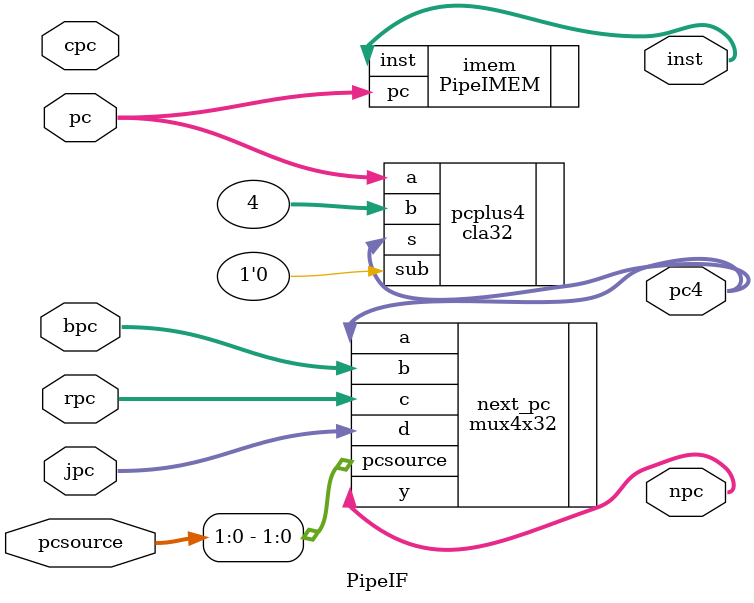
<source format=v>
`timescale 1ns / 1ps

module PipeIF(bpc,cpc,jpc,pc,pcsource,rpc,inst,npc,pc4);
    input [31:0] bpc		;
    input [31:0] cpc		;
    input [31:0] jpc		;
    input [31:0] pc 		;
    input [ 2:0] pcsource 	;
    input [31:0] rpc	  	;
    output [31:0] inst		;
    output [31:0] npc		;
    output [31:0] pc4		;
	
	mux4x32 next_pc(.a(pc4),.b(bpc),.c(rpc),.d(jpc),.pcsource(pcsource[1:0]),.y(npc));
	cla32 pcplus4(.a(pc),.b(32'h4),.sub(1'b0),.s(pc4));
	PipeIMEM imem(.pc(pc),.inst(inst));
endmodule


</source>
